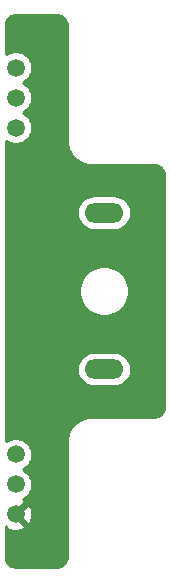
<source format=gbr>
%TF.GenerationSoftware,KiCad,Pcbnew,5.1.9-73d0e3b20d~88~ubuntu20.04.1*%
%TF.CreationDate,2020-12-26T20:48:19-08:00*%
%TF.ProjectId,encoder,656e636f-6465-4722-9e6b-696361645f70,rev?*%
%TF.SameCoordinates,Original*%
%TF.FileFunction,Copper,L2,Bot*%
%TF.FilePolarity,Positive*%
%FSLAX46Y46*%
G04 Gerber Fmt 4.6, Leading zero omitted, Abs format (unit mm)*
G04 Created by KiCad (PCBNEW 5.1.9-73d0e3b20d~88~ubuntu20.04.1) date 2020-12-26 20:48:19*
%MOMM*%
%LPD*%
G01*
G04 APERTURE LIST*
%TA.AperFunction,ComponentPad*%
%ADD10O,3.300000X1.650000*%
%TD*%
%TA.AperFunction,ComponentPad*%
%ADD11C,1.520000*%
%TD*%
%TA.AperFunction,ViaPad*%
%ADD12C,0.800000*%
%TD*%
%TA.AperFunction,Conductor*%
%ADD13C,0.500000*%
%TD*%
%TA.AperFunction,Conductor*%
%ADD14C,0.254000*%
%TD*%
%TA.AperFunction,Conductor*%
%ADD15C,0.100000*%
%TD*%
G04 APERTURE END LIST*
D10*
%TO.P,CN1,7*%
%TO.N,/MOTOR-*%
X100000000Y-106625200D03*
%TO.P,CN1,8*%
%TO.N,/MOTOR+*%
X100000000Y-93375200D03*
D11*
%TO.P,CN1,3*%
%TO.N,/QUADB*%
X92519900Y-113840000D03*
%TO.P,CN1,2*%
%TO.N,/QUADA*%
X92519900Y-116380000D03*
%TO.P,CN1,1*%
%TO.N,/GND*%
X92519900Y-118920000D03*
%TO.P,CN1,6*%
%TO.N,/MOTOR-*%
X92519900Y-81080000D03*
%TO.P,CN1,5*%
%TO.N,/MOTOR+*%
X92519900Y-83620000D03*
%TO.P,CN1,4*%
%TO.N,/VCC*%
X92519900Y-86160000D03*
%TD*%
D12*
%TO.N,/GND*%
X94600000Y-98500000D03*
X94200000Y-92100000D03*
X97000000Y-89300000D03*
X95200000Y-104900000D03*
X95200000Y-111400000D03*
%TD*%
D13*
%TO.N,/GND*%
X94600000Y-98500000D02*
X94600000Y-92500000D01*
X94600000Y-92500000D02*
X94200000Y-92100000D01*
X94200000Y-92100000D02*
X97000000Y-89300000D01*
X94600000Y-104300000D02*
X95200000Y-104900000D01*
X94600000Y-98500000D02*
X94600000Y-104300000D01*
X92519900Y-118920000D02*
X95200000Y-116239900D01*
X95200000Y-116239900D02*
X95200000Y-114600000D01*
X95200000Y-114600000D02*
X95200000Y-111400000D01*
X95200000Y-111400000D02*
X95200000Y-104900000D01*
%TD*%
D14*
%TO.N,/GND*%
X96111703Y-76670542D02*
X96111705Y-76670542D01*
X96159926Y-76674251D01*
X96211037Y-76686046D01*
X96278418Y-76708506D01*
X96355168Y-76740486D01*
X96424388Y-76775096D01*
X96475561Y-76807661D01*
X96532739Y-76853404D01*
X96592665Y-76907337D01*
X96646606Y-76967271D01*
X96692338Y-77024437D01*
X96724904Y-77075612D01*
X96759514Y-77144832D01*
X96791495Y-77221585D01*
X96813954Y-77288964D01*
X96825749Y-77340074D01*
X96829458Y-77388295D01*
X96829458Y-77388296D01*
X96840001Y-77525354D01*
X96840000Y-87192974D01*
X96839458Y-87218296D01*
X96840000Y-87225342D01*
X96840000Y-87232418D01*
X96842486Y-87257657D01*
X96849458Y-87348295D01*
X96849458Y-87348296D01*
X96858281Y-87462997D01*
X96857115Y-87480190D01*
X96863256Y-87527670D01*
X96864431Y-87542943D01*
X96867415Y-87559827D01*
X96869613Y-87576818D01*
X96873055Y-87591734D01*
X96881390Y-87638889D01*
X96887643Y-87654949D01*
X96906715Y-87737597D01*
X96913618Y-87767954D01*
X96913952Y-87768956D01*
X96914192Y-87769996D01*
X96924196Y-87799688D01*
X96961254Y-87910864D01*
X96968301Y-87933920D01*
X96971493Y-87941580D01*
X96974121Y-87949465D01*
X96983960Y-87971501D01*
X97027045Y-88074906D01*
X97035180Y-88096164D01*
X97039516Y-88104837D01*
X97043239Y-88113771D01*
X97053992Y-88133787D01*
X97081339Y-88188481D01*
X97081778Y-88190055D01*
X97110393Y-88246589D01*
X97124177Y-88274157D01*
X97125043Y-88275532D01*
X97125779Y-88276987D01*
X97142382Y-88303077D01*
X97176082Y-88356613D01*
X97177205Y-88357798D01*
X97180043Y-88362259D01*
X97181259Y-88365301D01*
X97214910Y-88417050D01*
X97230589Y-88441688D01*
X97232599Y-88444252D01*
X97234375Y-88446983D01*
X97252611Y-88469777D01*
X97290703Y-88518366D01*
X97293190Y-88520501D01*
X97326365Y-88561971D01*
X97337739Y-88577419D01*
X97346603Y-88587267D01*
X97354879Y-88597613D01*
X97368271Y-88611343D01*
X97407500Y-88654931D01*
X97408703Y-88656923D01*
X97450885Y-88703138D01*
X97471113Y-88725613D01*
X97472830Y-88727180D01*
X97474387Y-88728886D01*
X97496760Y-88749022D01*
X97543077Y-88791297D01*
X97545069Y-88792500D01*
X97588660Y-88831733D01*
X97602387Y-88845121D01*
X97612725Y-88853392D01*
X97622580Y-88862261D01*
X97638035Y-88873640D01*
X97679500Y-88906812D01*
X97681634Y-88909297D01*
X97730180Y-88947356D01*
X97753016Y-88965625D01*
X97755753Y-88967405D01*
X97758312Y-88969411D01*
X97782930Y-88985077D01*
X97834698Y-89018740D01*
X97837738Y-89019955D01*
X97842202Y-89022795D01*
X97843387Y-89023918D01*
X97896923Y-89057618D01*
X97923013Y-89074221D01*
X97924468Y-89074957D01*
X97925843Y-89075823D01*
X97953411Y-89089607D01*
X98009945Y-89118222D01*
X98011519Y-89118661D01*
X98066213Y-89146008D01*
X98086229Y-89156761D01*
X98095163Y-89160484D01*
X98103836Y-89164820D01*
X98125087Y-89172952D01*
X98228499Y-89216040D01*
X98250535Y-89225879D01*
X98258420Y-89228507D01*
X98266080Y-89231699D01*
X98289133Y-89238745D01*
X98400388Y-89275830D01*
X98430004Y-89285808D01*
X98431041Y-89286047D01*
X98432045Y-89286382D01*
X98462458Y-89293297D01*
X98545052Y-89312357D01*
X98561111Y-89318610D01*
X98608263Y-89326944D01*
X98623181Y-89330387D01*
X98640175Y-89332585D01*
X98657057Y-89335569D01*
X98672329Y-89336744D01*
X98719810Y-89342885D01*
X98737003Y-89341719D01*
X98851703Y-89350542D01*
X98851705Y-89350542D01*
X98942341Y-89357514D01*
X98967581Y-89360000D01*
X98974657Y-89360000D01*
X98981703Y-89360542D01*
X99007025Y-89360000D01*
X104224659Y-89360000D01*
X104361703Y-89370542D01*
X104361705Y-89370542D01*
X104409926Y-89374251D01*
X104461037Y-89386046D01*
X104528418Y-89408506D01*
X104605168Y-89440486D01*
X104674388Y-89475096D01*
X104725561Y-89507661D01*
X104782739Y-89553404D01*
X104842665Y-89607337D01*
X104896606Y-89667271D01*
X104942338Y-89724437D01*
X104974904Y-89775612D01*
X105009514Y-89844832D01*
X105041495Y-89921585D01*
X105063954Y-89988964D01*
X105075749Y-90040074D01*
X105079458Y-90088295D01*
X105079458Y-90088296D01*
X105090001Y-90225354D01*
X105090000Y-109774659D01*
X105079458Y-109911704D01*
X105075749Y-109959926D01*
X105063954Y-110011036D01*
X105041495Y-110078415D01*
X105009514Y-110155168D01*
X104974904Y-110224388D01*
X104942338Y-110275563D01*
X104896606Y-110332729D01*
X104842665Y-110392663D01*
X104782739Y-110446596D01*
X104725561Y-110492339D01*
X104674388Y-110524904D01*
X104605168Y-110559514D01*
X104528418Y-110591494D01*
X104461037Y-110613954D01*
X104409926Y-110625749D01*
X104361705Y-110629458D01*
X104361703Y-110629458D01*
X104224659Y-110640000D01*
X99007025Y-110640000D01*
X98981703Y-110639458D01*
X98974657Y-110640000D01*
X98967581Y-110640000D01*
X98942341Y-110642486D01*
X98851705Y-110649458D01*
X98851703Y-110649458D01*
X98737003Y-110658281D01*
X98719810Y-110657115D01*
X98672329Y-110663256D01*
X98657057Y-110664431D01*
X98640175Y-110667415D01*
X98623181Y-110669613D01*
X98608263Y-110673056D01*
X98561111Y-110681390D01*
X98545052Y-110687643D01*
X98462458Y-110706703D01*
X98432045Y-110713618D01*
X98431041Y-110713953D01*
X98430004Y-110714192D01*
X98400388Y-110724170D01*
X98289133Y-110761255D01*
X98266080Y-110768301D01*
X98258420Y-110771493D01*
X98250535Y-110774121D01*
X98228499Y-110783960D01*
X98125087Y-110827048D01*
X98103836Y-110835180D01*
X98095163Y-110839516D01*
X98086229Y-110843239D01*
X98066213Y-110853992D01*
X98011519Y-110881339D01*
X98009945Y-110881778D01*
X97953411Y-110910393D01*
X97925843Y-110924177D01*
X97924468Y-110925043D01*
X97923013Y-110925779D01*
X97896923Y-110942382D01*
X97843387Y-110976082D01*
X97842202Y-110977205D01*
X97837738Y-110980045D01*
X97834698Y-110981260D01*
X97782930Y-111014923D01*
X97758312Y-111030589D01*
X97755753Y-111032595D01*
X97753016Y-111034375D01*
X97730180Y-111052644D01*
X97681634Y-111090703D01*
X97679500Y-111093188D01*
X97638035Y-111126360D01*
X97622580Y-111137739D01*
X97612725Y-111146608D01*
X97602387Y-111154879D01*
X97588660Y-111168267D01*
X97545069Y-111207500D01*
X97543077Y-111208703D01*
X97496760Y-111250978D01*
X97474387Y-111271114D01*
X97472830Y-111272820D01*
X97471113Y-111274387D01*
X97450885Y-111296862D01*
X97408703Y-111343077D01*
X97407500Y-111345069D01*
X97368271Y-111388657D01*
X97354879Y-111402387D01*
X97346603Y-111412733D01*
X97337739Y-111422581D01*
X97326365Y-111438029D01*
X97293190Y-111479499D01*
X97290703Y-111481634D01*
X97252611Y-111530223D01*
X97234375Y-111553017D01*
X97232599Y-111555748D01*
X97230589Y-111558312D01*
X97214910Y-111582950D01*
X97181259Y-111634699D01*
X97180043Y-111637741D01*
X97177205Y-111642202D01*
X97176082Y-111643387D01*
X97142445Y-111696823D01*
X97125779Y-111723013D01*
X97125043Y-111724468D01*
X97124177Y-111725843D01*
X97110393Y-111753411D01*
X97081778Y-111809945D01*
X97081339Y-111811519D01*
X97053992Y-111866213D01*
X97043239Y-111886229D01*
X97039516Y-111895163D01*
X97035180Y-111903836D01*
X97027045Y-111925094D01*
X96983960Y-112028499D01*
X96974121Y-112050535D01*
X96971493Y-112058420D01*
X96968301Y-112066080D01*
X96961254Y-112089136D01*
X96924196Y-112200312D01*
X96914192Y-112230004D01*
X96913952Y-112231044D01*
X96913618Y-112232046D01*
X96906715Y-112262403D01*
X96887643Y-112345051D01*
X96881390Y-112361111D01*
X96873055Y-112408266D01*
X96869613Y-112423182D01*
X96867415Y-112440173D01*
X96864431Y-112457057D01*
X96863256Y-112472330D01*
X96857115Y-112519810D01*
X96858281Y-112537003D01*
X96853087Y-112604524D01*
X96842483Y-112742384D01*
X96840001Y-112767581D01*
X96840001Y-112774645D01*
X96839458Y-112781704D01*
X96840001Y-112807072D01*
X96840000Y-122474659D01*
X96829458Y-122611703D01*
X96825749Y-122659926D01*
X96813954Y-122711036D01*
X96791495Y-122778415D01*
X96759514Y-122855168D01*
X96724904Y-122924388D01*
X96692338Y-122975563D01*
X96646606Y-123032729D01*
X96592665Y-123092663D01*
X96532739Y-123146596D01*
X96475561Y-123192339D01*
X96424388Y-123224904D01*
X96355168Y-123259514D01*
X96278418Y-123291494D01*
X96211037Y-123313954D01*
X96159926Y-123325749D01*
X96111705Y-123329458D01*
X96111703Y-123329458D01*
X95974659Y-123340000D01*
X92525341Y-123340000D01*
X92388296Y-123329458D01*
X92388295Y-123329458D01*
X92340074Y-123325749D01*
X92288964Y-123313954D01*
X92221585Y-123291495D01*
X92144832Y-123259514D01*
X92075612Y-123224904D01*
X92024437Y-123192338D01*
X91967271Y-123146606D01*
X91907337Y-123092665D01*
X91853404Y-123032739D01*
X91807661Y-122975561D01*
X91775096Y-122924388D01*
X91740486Y-122855168D01*
X91708506Y-122778418D01*
X91686046Y-122711037D01*
X91674251Y-122659926D01*
X91670542Y-122611703D01*
X91660000Y-122474659D01*
X91660000Y-119959508D01*
X91735369Y-119884139D01*
X91802106Y-120124025D01*
X92050792Y-120240924D01*
X92317506Y-120307061D01*
X92591997Y-120319895D01*
X92863717Y-120278931D01*
X93122226Y-120185744D01*
X93237694Y-120124025D01*
X93304431Y-119884137D01*
X92519900Y-119099605D01*
X92505758Y-119113748D01*
X92326152Y-118934142D01*
X92340295Y-118920000D01*
X92699505Y-118920000D01*
X93484037Y-119704531D01*
X93723925Y-119637794D01*
X93840824Y-119389108D01*
X93906961Y-119122394D01*
X93919795Y-118847903D01*
X93878831Y-118576183D01*
X93785644Y-118317674D01*
X93723925Y-118202206D01*
X93484037Y-118135469D01*
X92699505Y-118920000D01*
X92340295Y-118920000D01*
X92326152Y-118905858D01*
X92505758Y-118726252D01*
X92519900Y-118740395D01*
X93304431Y-117955863D01*
X93237694Y-117715975D01*
X93098193Y-117650400D01*
X93180680Y-117616233D01*
X93409161Y-117463567D01*
X93603467Y-117269261D01*
X93756133Y-117040780D01*
X93861291Y-116786907D01*
X93914900Y-116517396D01*
X93914900Y-116242604D01*
X93861291Y-115973093D01*
X93756133Y-115719220D01*
X93603467Y-115490739D01*
X93409161Y-115296433D01*
X93180680Y-115143767D01*
X93099160Y-115110000D01*
X93180680Y-115076233D01*
X93409161Y-114923567D01*
X93603467Y-114729261D01*
X93756133Y-114500780D01*
X93861291Y-114246907D01*
X93914900Y-113977396D01*
X93914900Y-113702604D01*
X93861291Y-113433093D01*
X93756133Y-113179220D01*
X93603467Y-112950739D01*
X93409161Y-112756433D01*
X93180680Y-112603767D01*
X92926807Y-112498609D01*
X92657296Y-112445000D01*
X92382504Y-112445000D01*
X92112993Y-112498609D01*
X91859120Y-112603767D01*
X91660000Y-112736815D01*
X91660000Y-106625200D01*
X97707936Y-106625200D01*
X97736125Y-106911410D01*
X97819610Y-107186621D01*
X97955181Y-107440257D01*
X98137629Y-107662571D01*
X98359943Y-107845019D01*
X98613579Y-107980590D01*
X98888790Y-108064075D01*
X99103277Y-108085200D01*
X100896723Y-108085200D01*
X101111210Y-108064075D01*
X101386421Y-107980590D01*
X101640057Y-107845019D01*
X101862371Y-107662571D01*
X102044819Y-107440257D01*
X102180390Y-107186621D01*
X102263875Y-106911410D01*
X102292064Y-106625200D01*
X102263875Y-106338990D01*
X102180390Y-106063779D01*
X102044819Y-105810143D01*
X101862371Y-105587829D01*
X101640057Y-105405381D01*
X101386421Y-105269810D01*
X101111210Y-105186325D01*
X100896723Y-105165200D01*
X99103277Y-105165200D01*
X98888790Y-105186325D01*
X98613579Y-105269810D01*
X98359943Y-105405381D01*
X98137629Y-105587829D01*
X97955181Y-105810143D01*
X97819610Y-106063779D01*
X97736125Y-106338990D01*
X97707936Y-106625200D01*
X91660000Y-106625200D01*
X91660000Y-99789721D01*
X97865000Y-99789721D01*
X97865000Y-100210279D01*
X97947047Y-100622756D01*
X98107988Y-101011302D01*
X98341637Y-101360983D01*
X98639017Y-101658363D01*
X98988698Y-101892012D01*
X99377244Y-102052953D01*
X99789721Y-102135000D01*
X100210279Y-102135000D01*
X100622756Y-102052953D01*
X101011302Y-101892012D01*
X101360983Y-101658363D01*
X101658363Y-101360983D01*
X101892012Y-101011302D01*
X102052953Y-100622756D01*
X102135000Y-100210279D01*
X102135000Y-99789721D01*
X102052953Y-99377244D01*
X101892012Y-98988698D01*
X101658363Y-98639017D01*
X101360983Y-98341637D01*
X101011302Y-98107988D01*
X100622756Y-97947047D01*
X100210279Y-97865000D01*
X99789721Y-97865000D01*
X99377244Y-97947047D01*
X98988698Y-98107988D01*
X98639017Y-98341637D01*
X98341637Y-98639017D01*
X98107988Y-98988698D01*
X97947047Y-99377244D01*
X97865000Y-99789721D01*
X91660000Y-99789721D01*
X91660000Y-93375200D01*
X97707936Y-93375200D01*
X97736125Y-93661410D01*
X97819610Y-93936621D01*
X97955181Y-94190257D01*
X98137629Y-94412571D01*
X98359943Y-94595019D01*
X98613579Y-94730590D01*
X98888790Y-94814075D01*
X99103277Y-94835200D01*
X100896723Y-94835200D01*
X101111210Y-94814075D01*
X101386421Y-94730590D01*
X101640057Y-94595019D01*
X101862371Y-94412571D01*
X102044819Y-94190257D01*
X102180390Y-93936621D01*
X102263875Y-93661410D01*
X102292064Y-93375200D01*
X102263875Y-93088990D01*
X102180390Y-92813779D01*
X102044819Y-92560143D01*
X101862371Y-92337829D01*
X101640057Y-92155381D01*
X101386421Y-92019810D01*
X101111210Y-91936325D01*
X100896723Y-91915200D01*
X99103277Y-91915200D01*
X98888790Y-91936325D01*
X98613579Y-92019810D01*
X98359943Y-92155381D01*
X98137629Y-92337829D01*
X97955181Y-92560143D01*
X97819610Y-92813779D01*
X97736125Y-93088990D01*
X97707936Y-93375200D01*
X91660000Y-93375200D01*
X91660000Y-87263185D01*
X91859120Y-87396233D01*
X92112993Y-87501391D01*
X92382504Y-87555000D01*
X92657296Y-87555000D01*
X92926807Y-87501391D01*
X93180680Y-87396233D01*
X93409161Y-87243567D01*
X93603467Y-87049261D01*
X93756133Y-86820780D01*
X93861291Y-86566907D01*
X93914900Y-86297396D01*
X93914900Y-86022604D01*
X93861291Y-85753093D01*
X93756133Y-85499220D01*
X93603467Y-85270739D01*
X93409161Y-85076433D01*
X93180680Y-84923767D01*
X93099160Y-84890000D01*
X93180680Y-84856233D01*
X93409161Y-84703567D01*
X93603467Y-84509261D01*
X93756133Y-84280780D01*
X93861291Y-84026907D01*
X93914900Y-83757396D01*
X93914900Y-83482604D01*
X93861291Y-83213093D01*
X93756133Y-82959220D01*
X93603467Y-82730739D01*
X93409161Y-82536433D01*
X93180680Y-82383767D01*
X93099160Y-82350000D01*
X93180680Y-82316233D01*
X93409161Y-82163567D01*
X93603467Y-81969261D01*
X93756133Y-81740780D01*
X93861291Y-81486907D01*
X93914900Y-81217396D01*
X93914900Y-80942604D01*
X93861291Y-80673093D01*
X93756133Y-80419220D01*
X93603467Y-80190739D01*
X93409161Y-79996433D01*
X93180680Y-79843767D01*
X92926807Y-79738609D01*
X92657296Y-79685000D01*
X92382504Y-79685000D01*
X92112993Y-79738609D01*
X91859120Y-79843767D01*
X91660000Y-79976815D01*
X91660000Y-77525341D01*
X91670542Y-77388297D01*
X91670542Y-77388295D01*
X91674251Y-77340074D01*
X91686046Y-77288963D01*
X91708506Y-77221582D01*
X91740486Y-77144832D01*
X91775096Y-77075612D01*
X91807661Y-77024439D01*
X91853404Y-76967261D01*
X91907337Y-76907335D01*
X91967271Y-76853394D01*
X92024437Y-76807662D01*
X92075612Y-76775096D01*
X92144832Y-76740486D01*
X92221585Y-76708505D01*
X92288964Y-76686046D01*
X92340074Y-76674251D01*
X92388295Y-76670542D01*
X92388296Y-76670542D01*
X92525341Y-76660000D01*
X95974659Y-76660000D01*
X96111703Y-76670542D01*
%TA.AperFunction,Conductor*%
D15*
G36*
X96111703Y-76670542D02*
G01*
X96111705Y-76670542D01*
X96159926Y-76674251D01*
X96211037Y-76686046D01*
X96278418Y-76708506D01*
X96355168Y-76740486D01*
X96424388Y-76775096D01*
X96475561Y-76807661D01*
X96532739Y-76853404D01*
X96592665Y-76907337D01*
X96646606Y-76967271D01*
X96692338Y-77024437D01*
X96724904Y-77075612D01*
X96759514Y-77144832D01*
X96791495Y-77221585D01*
X96813954Y-77288964D01*
X96825749Y-77340074D01*
X96829458Y-77388295D01*
X96829458Y-77388296D01*
X96840001Y-77525354D01*
X96840000Y-87192974D01*
X96839458Y-87218296D01*
X96840000Y-87225342D01*
X96840000Y-87232418D01*
X96842486Y-87257657D01*
X96849458Y-87348295D01*
X96849458Y-87348296D01*
X96858281Y-87462997D01*
X96857115Y-87480190D01*
X96863256Y-87527670D01*
X96864431Y-87542943D01*
X96867415Y-87559827D01*
X96869613Y-87576818D01*
X96873055Y-87591734D01*
X96881390Y-87638889D01*
X96887643Y-87654949D01*
X96906715Y-87737597D01*
X96913618Y-87767954D01*
X96913952Y-87768956D01*
X96914192Y-87769996D01*
X96924196Y-87799688D01*
X96961254Y-87910864D01*
X96968301Y-87933920D01*
X96971493Y-87941580D01*
X96974121Y-87949465D01*
X96983960Y-87971501D01*
X97027045Y-88074906D01*
X97035180Y-88096164D01*
X97039516Y-88104837D01*
X97043239Y-88113771D01*
X97053992Y-88133787D01*
X97081339Y-88188481D01*
X97081778Y-88190055D01*
X97110393Y-88246589D01*
X97124177Y-88274157D01*
X97125043Y-88275532D01*
X97125779Y-88276987D01*
X97142382Y-88303077D01*
X97176082Y-88356613D01*
X97177205Y-88357798D01*
X97180043Y-88362259D01*
X97181259Y-88365301D01*
X97214910Y-88417050D01*
X97230589Y-88441688D01*
X97232599Y-88444252D01*
X97234375Y-88446983D01*
X97252611Y-88469777D01*
X97290703Y-88518366D01*
X97293190Y-88520501D01*
X97326365Y-88561971D01*
X97337739Y-88577419D01*
X97346603Y-88587267D01*
X97354879Y-88597613D01*
X97368271Y-88611343D01*
X97407500Y-88654931D01*
X97408703Y-88656923D01*
X97450885Y-88703138D01*
X97471113Y-88725613D01*
X97472830Y-88727180D01*
X97474387Y-88728886D01*
X97496760Y-88749022D01*
X97543077Y-88791297D01*
X97545069Y-88792500D01*
X97588660Y-88831733D01*
X97602387Y-88845121D01*
X97612725Y-88853392D01*
X97622580Y-88862261D01*
X97638035Y-88873640D01*
X97679500Y-88906812D01*
X97681634Y-88909297D01*
X97730180Y-88947356D01*
X97753016Y-88965625D01*
X97755753Y-88967405D01*
X97758312Y-88969411D01*
X97782930Y-88985077D01*
X97834698Y-89018740D01*
X97837738Y-89019955D01*
X97842202Y-89022795D01*
X97843387Y-89023918D01*
X97896923Y-89057618D01*
X97923013Y-89074221D01*
X97924468Y-89074957D01*
X97925843Y-89075823D01*
X97953411Y-89089607D01*
X98009945Y-89118222D01*
X98011519Y-89118661D01*
X98066213Y-89146008D01*
X98086229Y-89156761D01*
X98095163Y-89160484D01*
X98103836Y-89164820D01*
X98125087Y-89172952D01*
X98228499Y-89216040D01*
X98250535Y-89225879D01*
X98258420Y-89228507D01*
X98266080Y-89231699D01*
X98289133Y-89238745D01*
X98400388Y-89275830D01*
X98430004Y-89285808D01*
X98431041Y-89286047D01*
X98432045Y-89286382D01*
X98462458Y-89293297D01*
X98545052Y-89312357D01*
X98561111Y-89318610D01*
X98608263Y-89326944D01*
X98623181Y-89330387D01*
X98640175Y-89332585D01*
X98657057Y-89335569D01*
X98672329Y-89336744D01*
X98719810Y-89342885D01*
X98737003Y-89341719D01*
X98851703Y-89350542D01*
X98851705Y-89350542D01*
X98942341Y-89357514D01*
X98967581Y-89360000D01*
X98974657Y-89360000D01*
X98981703Y-89360542D01*
X99007025Y-89360000D01*
X104224659Y-89360000D01*
X104361703Y-89370542D01*
X104361705Y-89370542D01*
X104409926Y-89374251D01*
X104461037Y-89386046D01*
X104528418Y-89408506D01*
X104605168Y-89440486D01*
X104674388Y-89475096D01*
X104725561Y-89507661D01*
X104782739Y-89553404D01*
X104842665Y-89607337D01*
X104896606Y-89667271D01*
X104942338Y-89724437D01*
X104974904Y-89775612D01*
X105009514Y-89844832D01*
X105041495Y-89921585D01*
X105063954Y-89988964D01*
X105075749Y-90040074D01*
X105079458Y-90088295D01*
X105079458Y-90088296D01*
X105090001Y-90225354D01*
X105090000Y-109774659D01*
X105079458Y-109911704D01*
X105075749Y-109959926D01*
X105063954Y-110011036D01*
X105041495Y-110078415D01*
X105009514Y-110155168D01*
X104974904Y-110224388D01*
X104942338Y-110275563D01*
X104896606Y-110332729D01*
X104842665Y-110392663D01*
X104782739Y-110446596D01*
X104725561Y-110492339D01*
X104674388Y-110524904D01*
X104605168Y-110559514D01*
X104528418Y-110591494D01*
X104461037Y-110613954D01*
X104409926Y-110625749D01*
X104361705Y-110629458D01*
X104361703Y-110629458D01*
X104224659Y-110640000D01*
X99007025Y-110640000D01*
X98981703Y-110639458D01*
X98974657Y-110640000D01*
X98967581Y-110640000D01*
X98942341Y-110642486D01*
X98851705Y-110649458D01*
X98851703Y-110649458D01*
X98737003Y-110658281D01*
X98719810Y-110657115D01*
X98672329Y-110663256D01*
X98657057Y-110664431D01*
X98640175Y-110667415D01*
X98623181Y-110669613D01*
X98608263Y-110673056D01*
X98561111Y-110681390D01*
X98545052Y-110687643D01*
X98462458Y-110706703D01*
X98432045Y-110713618D01*
X98431041Y-110713953D01*
X98430004Y-110714192D01*
X98400388Y-110724170D01*
X98289133Y-110761255D01*
X98266080Y-110768301D01*
X98258420Y-110771493D01*
X98250535Y-110774121D01*
X98228499Y-110783960D01*
X98125087Y-110827048D01*
X98103836Y-110835180D01*
X98095163Y-110839516D01*
X98086229Y-110843239D01*
X98066213Y-110853992D01*
X98011519Y-110881339D01*
X98009945Y-110881778D01*
X97953411Y-110910393D01*
X97925843Y-110924177D01*
X97924468Y-110925043D01*
X97923013Y-110925779D01*
X97896923Y-110942382D01*
X97843387Y-110976082D01*
X97842202Y-110977205D01*
X97837738Y-110980045D01*
X97834698Y-110981260D01*
X97782930Y-111014923D01*
X97758312Y-111030589D01*
X97755753Y-111032595D01*
X97753016Y-111034375D01*
X97730180Y-111052644D01*
X97681634Y-111090703D01*
X97679500Y-111093188D01*
X97638035Y-111126360D01*
X97622580Y-111137739D01*
X97612725Y-111146608D01*
X97602387Y-111154879D01*
X97588660Y-111168267D01*
X97545069Y-111207500D01*
X97543077Y-111208703D01*
X97496760Y-111250978D01*
X97474387Y-111271114D01*
X97472830Y-111272820D01*
X97471113Y-111274387D01*
X97450885Y-111296862D01*
X97408703Y-111343077D01*
X97407500Y-111345069D01*
X97368271Y-111388657D01*
X97354879Y-111402387D01*
X97346603Y-111412733D01*
X97337739Y-111422581D01*
X97326365Y-111438029D01*
X97293190Y-111479499D01*
X97290703Y-111481634D01*
X97252611Y-111530223D01*
X97234375Y-111553017D01*
X97232599Y-111555748D01*
X97230589Y-111558312D01*
X97214910Y-111582950D01*
X97181259Y-111634699D01*
X97180043Y-111637741D01*
X97177205Y-111642202D01*
X97176082Y-111643387D01*
X97142445Y-111696823D01*
X97125779Y-111723013D01*
X97125043Y-111724468D01*
X97124177Y-111725843D01*
X97110393Y-111753411D01*
X97081778Y-111809945D01*
X97081339Y-111811519D01*
X97053992Y-111866213D01*
X97043239Y-111886229D01*
X97039516Y-111895163D01*
X97035180Y-111903836D01*
X97027045Y-111925094D01*
X96983960Y-112028499D01*
X96974121Y-112050535D01*
X96971493Y-112058420D01*
X96968301Y-112066080D01*
X96961254Y-112089136D01*
X96924196Y-112200312D01*
X96914192Y-112230004D01*
X96913952Y-112231044D01*
X96913618Y-112232046D01*
X96906715Y-112262403D01*
X96887643Y-112345051D01*
X96881390Y-112361111D01*
X96873055Y-112408266D01*
X96869613Y-112423182D01*
X96867415Y-112440173D01*
X96864431Y-112457057D01*
X96863256Y-112472330D01*
X96857115Y-112519810D01*
X96858281Y-112537003D01*
X96853087Y-112604524D01*
X96842483Y-112742384D01*
X96840001Y-112767581D01*
X96840001Y-112774645D01*
X96839458Y-112781704D01*
X96840001Y-112807072D01*
X96840000Y-122474659D01*
X96829458Y-122611703D01*
X96825749Y-122659926D01*
X96813954Y-122711036D01*
X96791495Y-122778415D01*
X96759514Y-122855168D01*
X96724904Y-122924388D01*
X96692338Y-122975563D01*
X96646606Y-123032729D01*
X96592665Y-123092663D01*
X96532739Y-123146596D01*
X96475561Y-123192339D01*
X96424388Y-123224904D01*
X96355168Y-123259514D01*
X96278418Y-123291494D01*
X96211037Y-123313954D01*
X96159926Y-123325749D01*
X96111705Y-123329458D01*
X96111703Y-123329458D01*
X95974659Y-123340000D01*
X92525341Y-123340000D01*
X92388296Y-123329458D01*
X92388295Y-123329458D01*
X92340074Y-123325749D01*
X92288964Y-123313954D01*
X92221585Y-123291495D01*
X92144832Y-123259514D01*
X92075612Y-123224904D01*
X92024437Y-123192338D01*
X91967271Y-123146606D01*
X91907337Y-123092665D01*
X91853404Y-123032739D01*
X91807661Y-122975561D01*
X91775096Y-122924388D01*
X91740486Y-122855168D01*
X91708506Y-122778418D01*
X91686046Y-122711037D01*
X91674251Y-122659926D01*
X91670542Y-122611703D01*
X91660000Y-122474659D01*
X91660000Y-119959508D01*
X91735369Y-119884139D01*
X91802106Y-120124025D01*
X92050792Y-120240924D01*
X92317506Y-120307061D01*
X92591997Y-120319895D01*
X92863717Y-120278931D01*
X93122226Y-120185744D01*
X93237694Y-120124025D01*
X93304431Y-119884137D01*
X92519900Y-119099605D01*
X92505758Y-119113748D01*
X92326152Y-118934142D01*
X92340295Y-118920000D01*
X92699505Y-118920000D01*
X93484037Y-119704531D01*
X93723925Y-119637794D01*
X93840824Y-119389108D01*
X93906961Y-119122394D01*
X93919795Y-118847903D01*
X93878831Y-118576183D01*
X93785644Y-118317674D01*
X93723925Y-118202206D01*
X93484037Y-118135469D01*
X92699505Y-118920000D01*
X92340295Y-118920000D01*
X92326152Y-118905858D01*
X92505758Y-118726252D01*
X92519900Y-118740395D01*
X93304431Y-117955863D01*
X93237694Y-117715975D01*
X93098193Y-117650400D01*
X93180680Y-117616233D01*
X93409161Y-117463567D01*
X93603467Y-117269261D01*
X93756133Y-117040780D01*
X93861291Y-116786907D01*
X93914900Y-116517396D01*
X93914900Y-116242604D01*
X93861291Y-115973093D01*
X93756133Y-115719220D01*
X93603467Y-115490739D01*
X93409161Y-115296433D01*
X93180680Y-115143767D01*
X93099160Y-115110000D01*
X93180680Y-115076233D01*
X93409161Y-114923567D01*
X93603467Y-114729261D01*
X93756133Y-114500780D01*
X93861291Y-114246907D01*
X93914900Y-113977396D01*
X93914900Y-113702604D01*
X93861291Y-113433093D01*
X93756133Y-113179220D01*
X93603467Y-112950739D01*
X93409161Y-112756433D01*
X93180680Y-112603767D01*
X92926807Y-112498609D01*
X92657296Y-112445000D01*
X92382504Y-112445000D01*
X92112993Y-112498609D01*
X91859120Y-112603767D01*
X91660000Y-112736815D01*
X91660000Y-106625200D01*
X97707936Y-106625200D01*
X97736125Y-106911410D01*
X97819610Y-107186621D01*
X97955181Y-107440257D01*
X98137629Y-107662571D01*
X98359943Y-107845019D01*
X98613579Y-107980590D01*
X98888790Y-108064075D01*
X99103277Y-108085200D01*
X100896723Y-108085200D01*
X101111210Y-108064075D01*
X101386421Y-107980590D01*
X101640057Y-107845019D01*
X101862371Y-107662571D01*
X102044819Y-107440257D01*
X102180390Y-107186621D01*
X102263875Y-106911410D01*
X102292064Y-106625200D01*
X102263875Y-106338990D01*
X102180390Y-106063779D01*
X102044819Y-105810143D01*
X101862371Y-105587829D01*
X101640057Y-105405381D01*
X101386421Y-105269810D01*
X101111210Y-105186325D01*
X100896723Y-105165200D01*
X99103277Y-105165200D01*
X98888790Y-105186325D01*
X98613579Y-105269810D01*
X98359943Y-105405381D01*
X98137629Y-105587829D01*
X97955181Y-105810143D01*
X97819610Y-106063779D01*
X97736125Y-106338990D01*
X97707936Y-106625200D01*
X91660000Y-106625200D01*
X91660000Y-99789721D01*
X97865000Y-99789721D01*
X97865000Y-100210279D01*
X97947047Y-100622756D01*
X98107988Y-101011302D01*
X98341637Y-101360983D01*
X98639017Y-101658363D01*
X98988698Y-101892012D01*
X99377244Y-102052953D01*
X99789721Y-102135000D01*
X100210279Y-102135000D01*
X100622756Y-102052953D01*
X101011302Y-101892012D01*
X101360983Y-101658363D01*
X101658363Y-101360983D01*
X101892012Y-101011302D01*
X102052953Y-100622756D01*
X102135000Y-100210279D01*
X102135000Y-99789721D01*
X102052953Y-99377244D01*
X101892012Y-98988698D01*
X101658363Y-98639017D01*
X101360983Y-98341637D01*
X101011302Y-98107988D01*
X100622756Y-97947047D01*
X100210279Y-97865000D01*
X99789721Y-97865000D01*
X99377244Y-97947047D01*
X98988698Y-98107988D01*
X98639017Y-98341637D01*
X98341637Y-98639017D01*
X98107988Y-98988698D01*
X97947047Y-99377244D01*
X97865000Y-99789721D01*
X91660000Y-99789721D01*
X91660000Y-93375200D01*
X97707936Y-93375200D01*
X97736125Y-93661410D01*
X97819610Y-93936621D01*
X97955181Y-94190257D01*
X98137629Y-94412571D01*
X98359943Y-94595019D01*
X98613579Y-94730590D01*
X98888790Y-94814075D01*
X99103277Y-94835200D01*
X100896723Y-94835200D01*
X101111210Y-94814075D01*
X101386421Y-94730590D01*
X101640057Y-94595019D01*
X101862371Y-94412571D01*
X102044819Y-94190257D01*
X102180390Y-93936621D01*
X102263875Y-93661410D01*
X102292064Y-93375200D01*
X102263875Y-93088990D01*
X102180390Y-92813779D01*
X102044819Y-92560143D01*
X101862371Y-92337829D01*
X101640057Y-92155381D01*
X101386421Y-92019810D01*
X101111210Y-91936325D01*
X100896723Y-91915200D01*
X99103277Y-91915200D01*
X98888790Y-91936325D01*
X98613579Y-92019810D01*
X98359943Y-92155381D01*
X98137629Y-92337829D01*
X97955181Y-92560143D01*
X97819610Y-92813779D01*
X97736125Y-93088990D01*
X97707936Y-93375200D01*
X91660000Y-93375200D01*
X91660000Y-87263185D01*
X91859120Y-87396233D01*
X92112993Y-87501391D01*
X92382504Y-87555000D01*
X92657296Y-87555000D01*
X92926807Y-87501391D01*
X93180680Y-87396233D01*
X93409161Y-87243567D01*
X93603467Y-87049261D01*
X93756133Y-86820780D01*
X93861291Y-86566907D01*
X93914900Y-86297396D01*
X93914900Y-86022604D01*
X93861291Y-85753093D01*
X93756133Y-85499220D01*
X93603467Y-85270739D01*
X93409161Y-85076433D01*
X93180680Y-84923767D01*
X93099160Y-84890000D01*
X93180680Y-84856233D01*
X93409161Y-84703567D01*
X93603467Y-84509261D01*
X93756133Y-84280780D01*
X93861291Y-84026907D01*
X93914900Y-83757396D01*
X93914900Y-83482604D01*
X93861291Y-83213093D01*
X93756133Y-82959220D01*
X93603467Y-82730739D01*
X93409161Y-82536433D01*
X93180680Y-82383767D01*
X93099160Y-82350000D01*
X93180680Y-82316233D01*
X93409161Y-82163567D01*
X93603467Y-81969261D01*
X93756133Y-81740780D01*
X93861291Y-81486907D01*
X93914900Y-81217396D01*
X93914900Y-80942604D01*
X93861291Y-80673093D01*
X93756133Y-80419220D01*
X93603467Y-80190739D01*
X93409161Y-79996433D01*
X93180680Y-79843767D01*
X92926807Y-79738609D01*
X92657296Y-79685000D01*
X92382504Y-79685000D01*
X92112993Y-79738609D01*
X91859120Y-79843767D01*
X91660000Y-79976815D01*
X91660000Y-77525341D01*
X91670542Y-77388297D01*
X91670542Y-77388295D01*
X91674251Y-77340074D01*
X91686046Y-77288963D01*
X91708506Y-77221582D01*
X91740486Y-77144832D01*
X91775096Y-77075612D01*
X91807661Y-77024439D01*
X91853404Y-76967261D01*
X91907337Y-76907335D01*
X91967271Y-76853394D01*
X92024437Y-76807662D01*
X92075612Y-76775096D01*
X92144832Y-76740486D01*
X92221585Y-76708505D01*
X92288964Y-76686046D01*
X92340074Y-76674251D01*
X92388295Y-76670542D01*
X92388296Y-76670542D01*
X92525341Y-76660000D01*
X95974659Y-76660000D01*
X96111703Y-76670542D01*
G37*
%TD.AperFunction*%
%TD*%
M02*

</source>
